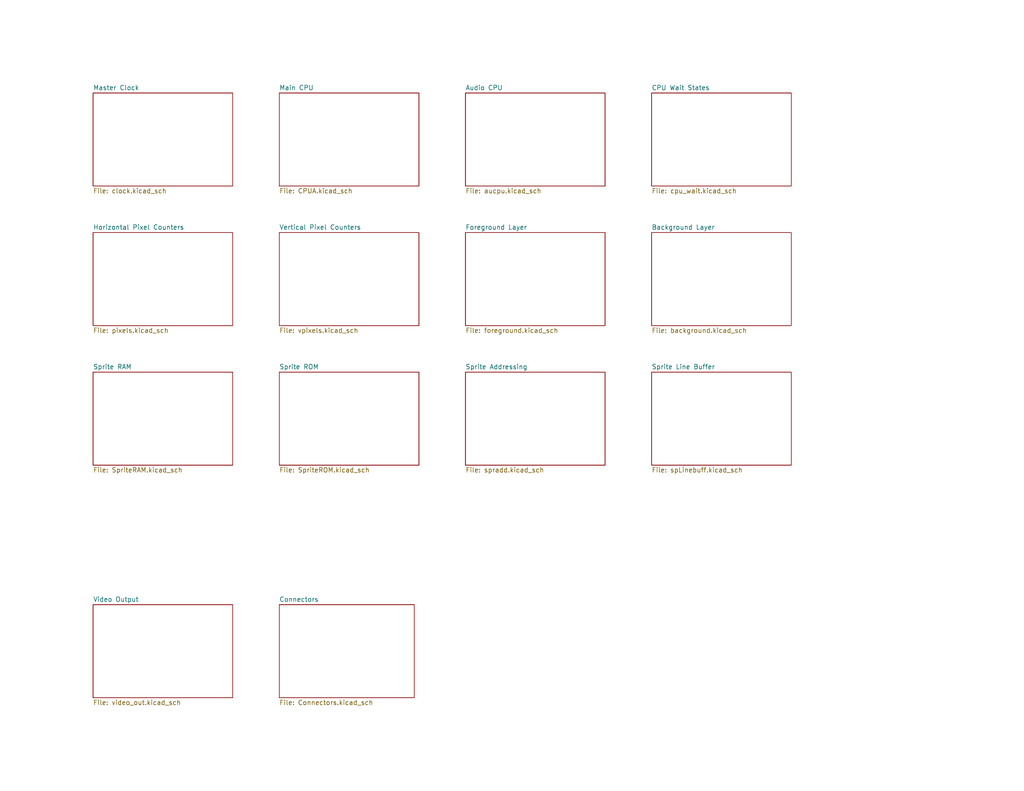
<source format=kicad_sch>
(kicad_sch (version 20211123) (generator eeschema)
  (paper "A")
  (title_block (title "Slapfight Arcade PCB") (company "Schematics created by Neil Ward & Anton Gale"))
  (lib_symbols)
  (sheet (at 76.2 25.4) (size 38.1 25.4) (stroke (width 0.1524))
    (property "Sheet name" "Main CPU" (at 76.2 24.6884 0) (effects (justify left bottom)))
    (property "Sheet file" "CPUA.kicad_sch" (at 76.2 51.3846 0) (effects (justify left top)))
  )
  (sheet (at 127 101.6) (size 38.1 25.4) (stroke (width 0.1524))
    (property "Sheet name" "Sprite Addressing" (at 127 100.8884 0) (effects (justify left bottom)))
    (property "Sheet file" "spradd.kicad_sch" (at 127 127.5846 0) (effects (justify left top)))
  )
  (sheet (at 25.4 25.4) (size 38.1 25.4) (stroke (width 0.1524))
    (property "Sheet name" "Master Clock" (at 25.4 24.6884 0) (effects (justify left bottom)))
    (property "Sheet file" "clock.kicad_sch" (at 25.4 51.3846 0) (effects (justify left top)))
  )
  (sheet (at 76.2 165.1) (size 36.83 25.4) (stroke (width 0.1524))
    (property "Sheet name" "Connectors" (at 76.2 164.3884 0) (effects (justify left bottom)))
    (property "Sheet file" "Connectors.kicad_sch" (at 76.2 191.0846 0) (effects (justify left top)))
  )
  (sheet (at 177.8 25.4) (size 38.1 25.4) (stroke (width 0.1524))
    (property "Sheet name" "CPU Wait States" (at 177.8 24.6884 0) (effects (justify left bottom)))
    (property "Sheet file" "cpu_wait.kicad_sch" (at 177.8 51.3846 0) (effects (justify left top)))
  )
  (sheet (at 76.2 63.5) (size 38.1 25.4) (stroke (width 0.1524))
    (property "Sheet name" "Vertical Pixel Counters" (at 76.2 62.7884 0) (effects (justify left bottom)))
    (property "Sheet file" "vpixels.kicad_sch" (at 76.2 89.4846 0) (effects (justify left top)))
  )
  (sheet (at 25.4 63.5) (size 38.1 25.4) (stroke (width 0.1524))
    (property "Sheet name" "Horizontal Pixel Counters" (at 25.4 62.7884 0) (effects (justify left bottom)))
    (property "Sheet file" "pixels.kicad_sch" (at 25.4 89.4846 0) (effects (justify left top)))
  )
  (sheet (at 25.4 101.6) (size 38.1 25.4) (stroke (width 0.1524))
    (property "Sheet name" "Sprite RAM" (at 25.4 100.8884 0) (effects (justify left bottom)))
    (property "Sheet file" "SpriteRAM.kicad_sch" (at 25.4 127.5846 0) (effects (justify left top)))
  )
  (sheet (at 177.8 101.6) (size 38.1 25.4) (stroke (width 0.1524))
    (property "Sheet name" "Sprite Line Buffer" (at 177.8 100.8884 0) (effects (justify left bottom)))
    (property "Sheet file" "spLinebuff.kicad_sch" (at 177.8 127.5846 0) (effects (justify left top)))
  )
  (sheet (at 25.4 165.1) (size 38.1 25.4) (stroke (width 0.1524))
    (property "Sheet name" "Video Output" (at 25.4 164.3884 0) (effects (justify left bottom)))
    (property "Sheet file" "video_out.kicad_sch" (at 25.4 191.0846 0) (effects (justify left top)))
  )
  (sheet (at 127 63.5) (size 38.1 25.4) (stroke (width 0.1524))
    (property "Sheet name" "Foreground Layer" (at 127 62.7884 0) (effects (justify left bottom)))
    (property "Sheet file" "foreground.kicad_sch" (at 127 89.4846 0) (effects (justify left top)))
  )
  (sheet (at 177.8 63.5) (size 38.1 25.4) (stroke (width 0.1524))
    (property "Sheet name" "Background Layer" (at 177.8 62.7884 0) (effects (justify left bottom)))
    (property "Sheet file" "background.kicad_sch" (at 177.8 89.4846 0) (effects (justify left top)))
  )
  (sheet (at 76.2 101.6) (size 38.1 25.4) (stroke (width 0.1524))
    (property "Sheet name" "Sprite ROM" (at 76.2 100.8884 0) (effects (justify left bottom)))
    (property "Sheet file" "SpriteROM.kicad_sch" (at 76.2 127.5846 0) (effects (justify left top)))
  )
  (sheet (at 127 25.4) (size 38.1 25.4) (stroke (width 0.1524))
    (property "Sheet name" "Audio CPU" (at 127 24.6884 0) (effects (justify left bottom)))
    (property "Sheet file" "aucpu.kicad_sch" (at 127 51.3846 0) (effects (justify left top)))
  )
)
</source>
